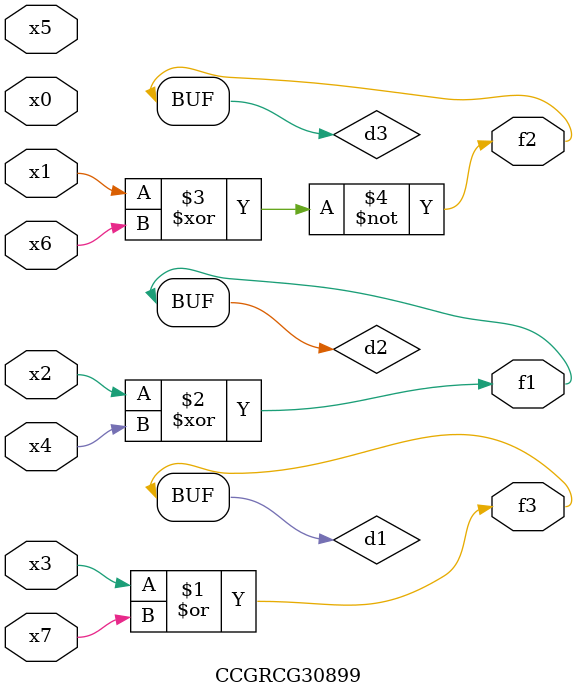
<source format=v>
module CCGRCG30899(
	input x0, x1, x2, x3, x4, x5, x6, x7,
	output f1, f2, f3
);

	wire d1, d2, d3;

	or (d1, x3, x7);
	xor (d2, x2, x4);
	xnor (d3, x1, x6);
	assign f1 = d2;
	assign f2 = d3;
	assign f3 = d1;
endmodule

</source>
